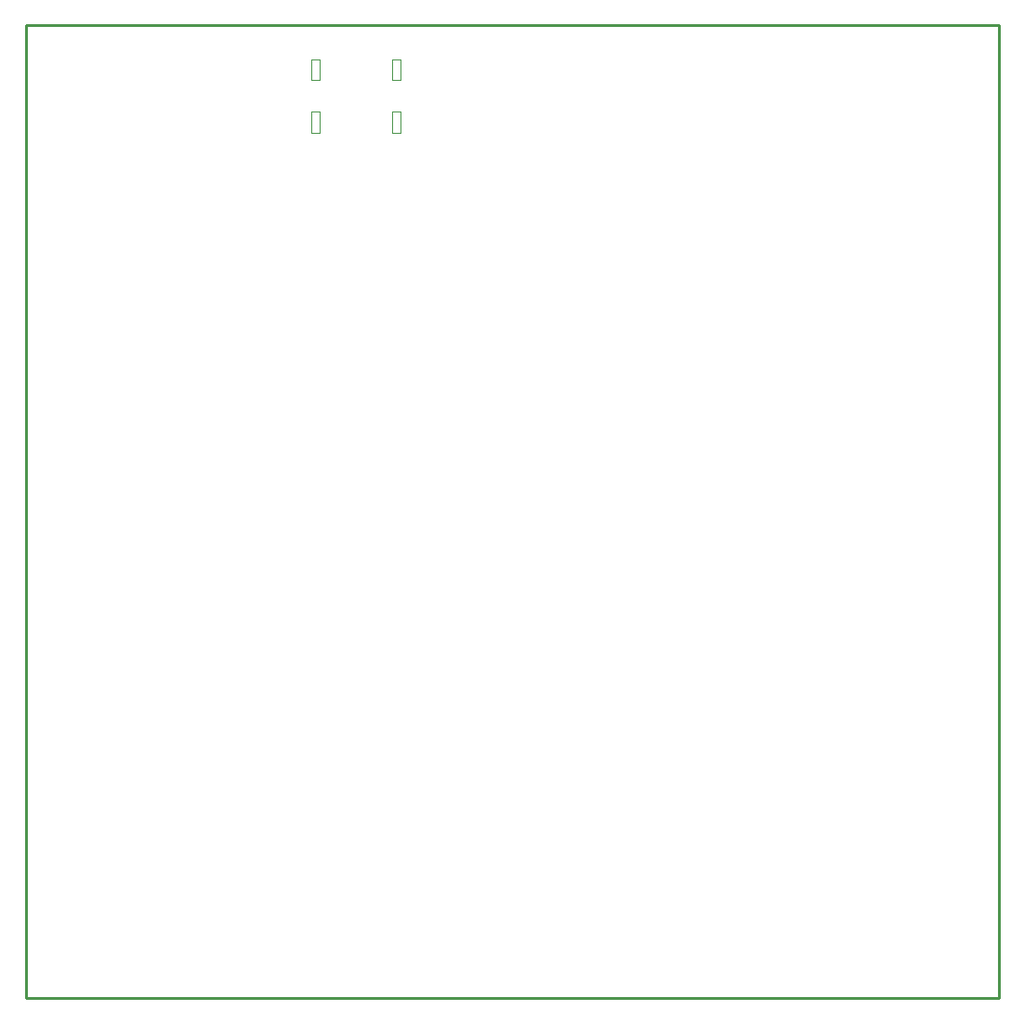
<source format=gko>
G04*
G04 #@! TF.GenerationSoftware,Altium Limited,Altium Designer,19.1.7 (138)*
G04*
G04 Layer_Color=16711935*
%FSLAX25Y25*%
%MOIN*%
G70*
G01*
G75*
%ADD12C,0.01000*%
%ADD17C,0.00000*%
D12*
X-0Y349500D02*
X0Y500D01*
X349000D01*
X-0Y349500D02*
X349000D01*
X349000Y500D01*
D17*
X102291Y329760D02*
Y337240D01*
X105441D01*
Y329760D02*
Y337240D01*
X102291Y329760D02*
X105441D01*
X131425Y311059D02*
Y318539D01*
X134575D01*
Y311059D02*
Y318539D01*
X131425Y311059D02*
X134575D01*
X131425Y329760D02*
Y337240D01*
X134575D01*
Y329760D02*
Y337240D01*
X131425Y329760D02*
X134575D01*
X102291Y311059D02*
Y318539D01*
X105441D01*
Y311059D02*
Y318539D01*
X102291Y311059D02*
X105441D01*
M02*

</source>
